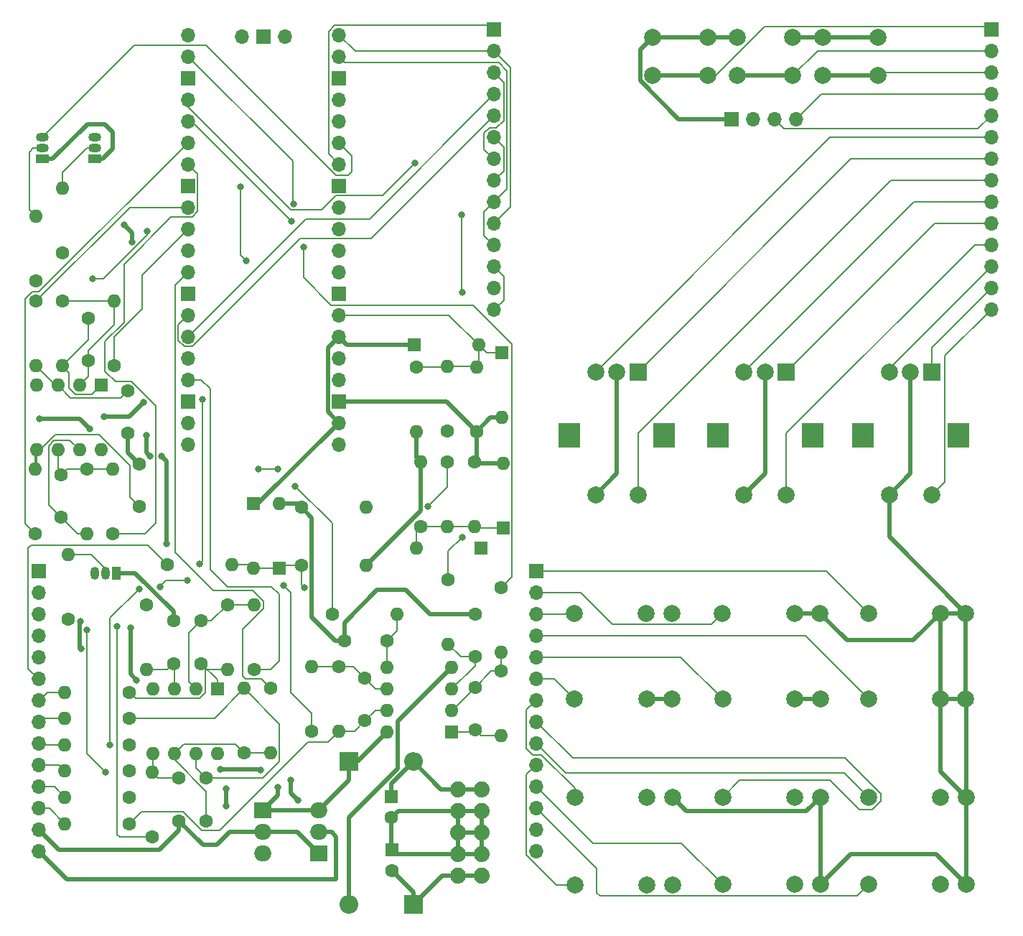
<source format=gtl>
G04 #@! TF.GenerationSoftware,KiCad,Pcbnew,(6.0.0-0)*
G04 #@! TF.CreationDate,2022-05-01T22:25:30-03:00*
G04 #@! TF.ProjectId,3lw_fp_and_bp_circuit,336c775f-6670-45f6-916e-645f62705f63,rev?*
G04 #@! TF.SameCoordinates,Original*
G04 #@! TF.FileFunction,Copper,L1,Top*
G04 #@! TF.FilePolarity,Positive*
%FSLAX46Y46*%
G04 Gerber Fmt 4.6, Leading zero omitted, Abs format (unit mm)*
G04 Created by KiCad (PCBNEW (6.0.0-0)) date 2022-05-01 22:25:30*
%MOMM*%
%LPD*%
G01*
G04 APERTURE LIST*
G04 #@! TA.AperFunction,ComponentPad*
%ADD10C,1.600000*%
G04 #@! TD*
G04 #@! TA.AperFunction,ComponentPad*
%ADD11O,1.600000X1.600000*%
G04 #@! TD*
G04 #@! TA.AperFunction,ComponentPad*
%ADD12C,2.000000*%
G04 #@! TD*
G04 #@! TA.AperFunction,ComponentPad*
%ADD13R,1.600000X1.600000*%
G04 #@! TD*
G04 #@! TA.AperFunction,ComponentPad*
%ADD14R,1.500000X1.050000*%
G04 #@! TD*
G04 #@! TA.AperFunction,ComponentPad*
%ADD15O,1.500000X1.050000*%
G04 #@! TD*
G04 #@! TA.AperFunction,ComponentPad*
%ADD16R,1.700000X1.700000*%
G04 #@! TD*
G04 #@! TA.AperFunction,ComponentPad*
%ADD17O,1.700000X1.700000*%
G04 #@! TD*
G04 #@! TA.AperFunction,ComponentPad*
%ADD18R,2.000000X2.000000*%
G04 #@! TD*
G04 #@! TA.AperFunction,ComponentPad*
%ADD19R,2.500000X3.000000*%
G04 #@! TD*
G04 #@! TA.AperFunction,ComponentPad*
%ADD20R,1.050000X1.500000*%
G04 #@! TD*
G04 #@! TA.AperFunction,ComponentPad*
%ADD21O,1.050000X1.500000*%
G04 #@! TD*
G04 #@! TA.AperFunction,ComponentPad*
%ADD22C,1.879600*%
G04 #@! TD*
G04 #@! TA.AperFunction,ComponentPad*
%ADD23R,2.000000X1.905000*%
G04 #@! TD*
G04 #@! TA.AperFunction,ComponentPad*
%ADD24O,2.000000X1.905000*%
G04 #@! TD*
G04 #@! TA.AperFunction,ComponentPad*
%ADD25R,2.200000X2.200000*%
G04 #@! TD*
G04 #@! TA.AperFunction,ComponentPad*
%ADD26O,2.200000X2.200000*%
G04 #@! TD*
G04 #@! TA.AperFunction,ViaPad*
%ADD27C,0.800000*%
G04 #@! TD*
G04 #@! TA.AperFunction,Conductor*
%ADD28C,0.200000*%
G04 #@! TD*
G04 #@! TA.AperFunction,Conductor*
%ADD29C,0.500000*%
G04 #@! TD*
G04 APERTURE END LIST*
D10*
X25752109Y-91650000D03*
D11*
X25752109Y-84030000D03*
D12*
X97067827Y-122936789D03*
X85567827Y-122936789D03*
X94067827Y-122936789D03*
D10*
X33016509Y-112630400D03*
D11*
X25396509Y-112630400D03*
D13*
X50669509Y-85655600D03*
D11*
X50669509Y-78035600D03*
D12*
X114466800Y-90911520D03*
X102966800Y-90911520D03*
X111466800Y-90911520D03*
D10*
X44598909Y-89922800D03*
D11*
X44598909Y-97542800D03*
D10*
X31238509Y-61779600D03*
D11*
X31238509Y-54159600D03*
D10*
X57690306Y-97238000D03*
D11*
X57690306Y-104858000D03*
D13*
X66595309Y-59290400D03*
D11*
X74215309Y-59290400D03*
D10*
X34997709Y-89922800D03*
D11*
X34997709Y-97542800D03*
D10*
X76856909Y-87941600D03*
D11*
X76856909Y-95561600D03*
D10*
X32813309Y-69715200D03*
X32813309Y-64715200D03*
X53285709Y-78442000D03*
D11*
X60905709Y-78442000D03*
D12*
X114485150Y-122898782D03*
X102985150Y-122898782D03*
X111485150Y-122898782D03*
D14*
X22704109Y-37395600D03*
D15*
X22704109Y-36125600D03*
X22704109Y-34855600D03*
D12*
X131656205Y-90911520D03*
X120156205Y-90911520D03*
X128656205Y-90911520D03*
X97042427Y-112641277D03*
X85542427Y-112641277D03*
X94042427Y-112641277D03*
D10*
X60789106Y-98609600D03*
X60789106Y-103609600D03*
X21992909Y-54159600D03*
D11*
X21992909Y-61779600D03*
D10*
X49628109Y-99778000D03*
D11*
X49628109Y-107398000D03*
D12*
X96991627Y-90936920D03*
X85491627Y-90936920D03*
X93991627Y-90936920D03*
D10*
X58405709Y-94139200D03*
X63405709Y-94139200D03*
D12*
X104742200Y-23056606D03*
X111242200Y-23056606D03*
X111242200Y-27556606D03*
X104742200Y-27556606D03*
D10*
X33016509Y-106432800D03*
D11*
X25396509Y-106432800D03*
D10*
X34134109Y-73351200D03*
X34134109Y-78351200D03*
X38198109Y-91842400D03*
X38198109Y-96842400D03*
X73935909Y-69501200D03*
D11*
X73935909Y-61881200D03*
D13*
X43379709Y-99828800D03*
D11*
X40839709Y-99828800D03*
X38299709Y-99828800D03*
X35759709Y-99828800D03*
X35759709Y-107448800D03*
X38299709Y-107448800D03*
X40839709Y-107448800D03*
X43379709Y-107448800D03*
D14*
X28906109Y-37395600D03*
D15*
X28906109Y-36125600D03*
X28906109Y-34855600D03*
D10*
X33016509Y-109531600D03*
D11*
X25396509Y-109531600D03*
D16*
X104014400Y-32675256D03*
D17*
X106554400Y-32675256D03*
X109094400Y-32675256D03*
X111634400Y-32675256D03*
D10*
X25142509Y-48470000D03*
D11*
X25142509Y-40850000D03*
D10*
X42058909Y-115384400D03*
X42058909Y-110384400D03*
D13*
X76958509Y-60204800D03*
D11*
X76958509Y-67824800D03*
D12*
X114485150Y-112603270D03*
X102985150Y-112603270D03*
X111485150Y-112603270D03*
D13*
X47646909Y-78035600D03*
D11*
X47646909Y-85655600D03*
D10*
X70506909Y-69475800D03*
D11*
X70506909Y-61855800D03*
D10*
X21891309Y-81540800D03*
D11*
X21891309Y-73920800D03*
D10*
X47697709Y-97542800D03*
D11*
X47697709Y-89922800D03*
D10*
X53285709Y-85274600D03*
D11*
X60905709Y-85274600D03*
D10*
X35708909Y-117304000D03*
D11*
X35708909Y-109684000D03*
D12*
X97017027Y-101046525D03*
X85517027Y-101046525D03*
X94017027Y-101046525D03*
D10*
X70608509Y-86976400D03*
D11*
X70608509Y-94596400D03*
D10*
X37486909Y-85223800D03*
D11*
X45106909Y-85223800D03*
D18*
X92984227Y-62470866D03*
D12*
X87984227Y-62470866D03*
X90484227Y-62470866D03*
D19*
X84884227Y-69970866D03*
X96084227Y-69970866D03*
D12*
X92984227Y-76970866D03*
X87984227Y-76970866D03*
D10*
X33016509Y-115729200D03*
D11*
X25396509Y-115729200D03*
D18*
X127638205Y-62470866D03*
D12*
X122638205Y-62470866D03*
X125138205Y-62470866D03*
D19*
X119538205Y-69970866D03*
X130738205Y-69970866D03*
D12*
X127638205Y-76970866D03*
X122638205Y-76970866D03*
D10*
X21992909Y-51772000D03*
D11*
X21992909Y-44152000D03*
D10*
X31035309Y-81540800D03*
D11*
X31035309Y-73920800D03*
D13*
X74443909Y-83242600D03*
D11*
X66823909Y-83242600D03*
D10*
X67357309Y-80677200D03*
D11*
X67357309Y-73057200D03*
D10*
X28190509Y-61119200D03*
X28190509Y-56119200D03*
D12*
X121314264Y-23056606D03*
X114814264Y-23056606D03*
X114814264Y-27556606D03*
X121314264Y-27556606D03*
D18*
X110492200Y-62470866D03*
D12*
X105492200Y-62470866D03*
X107992200Y-62470866D03*
D19*
X102392200Y-69970866D03*
X113592200Y-69970866D03*
D12*
X110492200Y-76970866D03*
X105492200Y-76970866D03*
D13*
X29653709Y-64065600D03*
D11*
X27113709Y-64065600D03*
X24573709Y-64065600D03*
X22033709Y-64065600D03*
X22033709Y-71685600D03*
X24573709Y-71685600D03*
X27113709Y-71685600D03*
X29653709Y-71685600D03*
D10*
X25091709Y-54159600D03*
D11*
X25091709Y-61779600D03*
D12*
X131668455Y-100995725D03*
X120168455Y-100995725D03*
X128668455Y-100995725D03*
D13*
X71040706Y-104898800D03*
D11*
X71040706Y-102358800D03*
X71040706Y-99818800D03*
X71040706Y-97278800D03*
X63420706Y-97278800D03*
X63420706Y-99818800D03*
X63420706Y-102358800D03*
X63420706Y-104898800D03*
D10*
X46529309Y-107398000D03*
D11*
X46529309Y-99778000D03*
D10*
X24939309Y-74621200D03*
X24939309Y-79621200D03*
D12*
X94719973Y-23056606D03*
X101219973Y-23056606D03*
X101219973Y-27556606D03*
X94719973Y-27556606D03*
D10*
X66874709Y-61932000D03*
D11*
X66874709Y-69552000D03*
D10*
X41449309Y-91842400D03*
X41449309Y-96842400D03*
D12*
X131699055Y-112603270D03*
X120199055Y-112603270D03*
X128699055Y-112603270D03*
D10*
X38858509Y-115384400D03*
X38858509Y-110384400D03*
X73707309Y-73108000D03*
D11*
X73707309Y-80728000D03*
D10*
X33016509Y-103334000D03*
D11*
X25396509Y-103334000D03*
D10*
X33028909Y-100235200D03*
D11*
X25408909Y-100235200D03*
D12*
X114485150Y-101021125D03*
X102985150Y-101021125D03*
X111485150Y-101021125D03*
D10*
X56943309Y-91040400D03*
D11*
X64563309Y-91040400D03*
D10*
X73758109Y-99665600D03*
X73758109Y-104665600D03*
D12*
X131692955Y-122878582D03*
X120192955Y-122878582D03*
X128692955Y-122878582D03*
D16*
X22326800Y-85995800D03*
D17*
X22326800Y-88535800D03*
X22326800Y-91075800D03*
X22326800Y-93615800D03*
X22326800Y-96155800D03*
X22326800Y-98695800D03*
X22326800Y-101235800D03*
X22326800Y-103775800D03*
X22326800Y-106315800D03*
X22326800Y-108855800D03*
X22326800Y-111395800D03*
X22326800Y-113935800D03*
X22326800Y-116475800D03*
X22326800Y-119015800D03*
D10*
X54489906Y-104858000D03*
D11*
X54489906Y-97238000D03*
D10*
X73758109Y-91069600D03*
X73758109Y-96069600D03*
D20*
X31492509Y-86214400D03*
D21*
X30222509Y-86214400D03*
X28952509Y-86214400D03*
D10*
X76856909Y-97746000D03*
D11*
X76856909Y-105366000D03*
D10*
X70506909Y-73108000D03*
D11*
X70506909Y-80728000D03*
D13*
X77060109Y-80880400D03*
D11*
X77060109Y-73260400D03*
D10*
X27987309Y-73920800D03*
D11*
X27987309Y-81540800D03*
D16*
X75995343Y-22156677D03*
D17*
X75995343Y-24696677D03*
X75995343Y-27236677D03*
X75995343Y-29776677D03*
X75995343Y-32316677D03*
X75995343Y-34856677D03*
X75995343Y-37396677D03*
X75995343Y-39936677D03*
X75995343Y-42476677D03*
X75995343Y-45016677D03*
X75995343Y-47556677D03*
X75995343Y-50096677D03*
X75995343Y-52636677D03*
X75995343Y-55176677D03*
D13*
X63953709Y-118800676D03*
D10*
X63953709Y-121300676D03*
D22*
X71786909Y-121825200D03*
X74580909Y-121825200D03*
X71786909Y-119285200D03*
X74580909Y-119285200D03*
X71786909Y-116745200D03*
X74580909Y-116745200D03*
X71786909Y-114205200D03*
X74580909Y-114205200D03*
X71786909Y-111665200D03*
X74580909Y-111665200D03*
D17*
X39925309Y-71016200D03*
X39925309Y-68476200D03*
D16*
X39925309Y-65936200D03*
D17*
X39925309Y-63396200D03*
X39925309Y-60856200D03*
X39925309Y-58316200D03*
X39925309Y-55776200D03*
D16*
X39925309Y-53236200D03*
D17*
X39925309Y-50696200D03*
X39925309Y-48156200D03*
X39925309Y-45616200D03*
X39925309Y-43076200D03*
D16*
X39925309Y-40536200D03*
D17*
X39925309Y-37996200D03*
X39925309Y-35456200D03*
X39925309Y-32916200D03*
X39925309Y-30376200D03*
D16*
X39925309Y-27836200D03*
D17*
X39925309Y-25296200D03*
X39925309Y-22756200D03*
X57705309Y-22756200D03*
X57705309Y-25296200D03*
D16*
X57705309Y-27836200D03*
D17*
X57705309Y-30376200D03*
X57705309Y-32916200D03*
X57705309Y-35456200D03*
X57705309Y-37996200D03*
D16*
X57705309Y-40536200D03*
D17*
X57705309Y-43076200D03*
X57705309Y-45616200D03*
X57705309Y-48156200D03*
X57705309Y-50696200D03*
D16*
X57705309Y-53236200D03*
D17*
X57705309Y-55776200D03*
X57705309Y-58316200D03*
X57705309Y-60856200D03*
X57705309Y-63396200D03*
D16*
X57705309Y-65936200D03*
D17*
X57705309Y-68476200D03*
X57705309Y-71016200D03*
X46275309Y-22986200D03*
D16*
X48815309Y-22986200D03*
D17*
X51355309Y-22986200D03*
D23*
X48713709Y-114154400D03*
D24*
X48713709Y-116694400D03*
X48713709Y-119234400D03*
D25*
X66493709Y-125240790D03*
D26*
X58873709Y-125240790D03*
D16*
X80988272Y-85928400D03*
D17*
X80988272Y-88468400D03*
X80988272Y-91008400D03*
X80988272Y-93548400D03*
X80988272Y-96088400D03*
X80988272Y-98628400D03*
X80988272Y-101168400D03*
X80988272Y-103708400D03*
X80988272Y-106248400D03*
X80988272Y-108788400D03*
X80988272Y-111328400D03*
X80988272Y-113868400D03*
X80988272Y-116408400D03*
X80988272Y-118948400D03*
D25*
X58873709Y-108414000D03*
D26*
X66493709Y-108414000D03*
D16*
X134661699Y-22098200D03*
D17*
X134661699Y-24638200D03*
X134661699Y-27178200D03*
X134661699Y-29718200D03*
X134661699Y-32258200D03*
X134661699Y-34798200D03*
X134661699Y-37338200D03*
X134661699Y-39878200D03*
X134661699Y-42418200D03*
X134661699Y-44958200D03*
X134661699Y-47498200D03*
X134661699Y-50038200D03*
X134661699Y-52578200D03*
X134661699Y-55118200D03*
D13*
X63899234Y-112518674D03*
D10*
X63899234Y-115018674D03*
D23*
X55337909Y-119234400D03*
D24*
X55337909Y-116694400D03*
X55337909Y-114154400D03*
D27*
X39823709Y-87027200D03*
X36623309Y-87789200D03*
X41601709Y-65691200D03*
X30730509Y-106432800D03*
X35099309Y-45879200D03*
X34184909Y-88043200D03*
X28647709Y-51518000D03*
X41246109Y-85096800D03*
X30171709Y-109684000D03*
X27987309Y-92869200D03*
X44395709Y-111614400D03*
X27287809Y-95104400D03*
X22433720Y-67977200D03*
X28342909Y-69196400D03*
X44395709Y-113646400D03*
X27225309Y-91904000D03*
X36814809Y-72447600D03*
X33829309Y-98812800D03*
X34990215Y-69950906D03*
X43735309Y-109328400D03*
X50491709Y-111462000D03*
X30019309Y-67774000D03*
X33118109Y-92666000D03*
X37385309Y-82760000D03*
X34642109Y-66097600D03*
X35415809Y-72396800D03*
X48459709Y-109430000D03*
X53641309Y-87941600D03*
X68220909Y-78340400D03*
X32356109Y-45117200D03*
X33321309Y-47149200D03*
X72183309Y-43948800D03*
X66696909Y-37852800D03*
X72234109Y-53092800D03*
X72234109Y-81947200D03*
X52117309Y-44710800D03*
X53539709Y-47809600D03*
X31543309Y-92462800D03*
X46122909Y-40646800D03*
X52574509Y-75952800D03*
X50491709Y-73971600D03*
X48205709Y-73920800D03*
X46783309Y-49384400D03*
X52371309Y-42678800D03*
X51202909Y-87687600D03*
X52879309Y-112986000D03*
X52015709Y-110598400D03*
D28*
X25396509Y-106432800D02*
X22443800Y-106432800D01*
X22443800Y-106432800D02*
X22326800Y-106315800D01*
X38299709Y-96944000D02*
X38198109Y-96842400D01*
X34997709Y-97542800D02*
X37497709Y-97542800D01*
X37497709Y-97542800D02*
X38198109Y-96842400D01*
X38299709Y-99828800D02*
X38299709Y-96944000D01*
X31963878Y-65564631D02*
X32813309Y-64715200D01*
X26072740Y-65564631D02*
X31963878Y-65564631D01*
X24278909Y-64065600D02*
X24573709Y-64065600D01*
X24573709Y-64065600D02*
X26072740Y-65564631D01*
X21992909Y-61779600D02*
X24278909Y-64065600D01*
X72081709Y-96069600D02*
X70608509Y-94596400D01*
X73758109Y-97101397D02*
X71040706Y-99818800D01*
X73758109Y-96069600D02*
X73758109Y-97101397D01*
X73758109Y-96069600D02*
X72081709Y-96069600D01*
X35759709Y-109633200D02*
X35708909Y-109684000D01*
X38858509Y-110384400D02*
X36409309Y-110384400D01*
X36409309Y-110384400D02*
X35708909Y-109684000D01*
X35759709Y-107448800D02*
X35759709Y-109633200D01*
X24231759Y-69907600D02*
X29460509Y-69907600D01*
X29460509Y-69907600D02*
X33034598Y-73481689D01*
X33034598Y-77251689D02*
X34134109Y-78351200D01*
X22033709Y-73778400D02*
X21891309Y-73920800D01*
X22033709Y-71685600D02*
X22033709Y-73778400D01*
X21891309Y-72248050D02*
X24231759Y-69907600D01*
X33034598Y-73481689D02*
X33034598Y-77251689D01*
X21891309Y-73920800D02*
X21891309Y-72248050D01*
X64563309Y-92981600D02*
X63405709Y-94139200D01*
X63420706Y-97278800D02*
X63420706Y-94154197D01*
X63420706Y-94154197D02*
X63405709Y-94139200D01*
X64563309Y-91040400D02*
X64563309Y-92981600D01*
X47697709Y-89922800D02*
X44598909Y-89922800D01*
X41449309Y-91842400D02*
X42679309Y-91842400D01*
X40039710Y-93251999D02*
X40039710Y-99028801D01*
X42679309Y-91842400D02*
X44598909Y-89922800D01*
X41449309Y-91842400D02*
X40039710Y-93251999D01*
X40039710Y-99028801D02*
X40839709Y-99828800D01*
X41314998Y-100928311D02*
X41939220Y-100304089D01*
X42149709Y-97542800D02*
X41449309Y-96842400D01*
X43379709Y-99828800D02*
X43379709Y-98772800D01*
X41939220Y-100304089D02*
X41939220Y-97332311D01*
X41939220Y-97332311D02*
X41449309Y-96842400D01*
X33028909Y-100235200D02*
X33722020Y-100928311D01*
X43379709Y-98772800D02*
X41449309Y-96842400D01*
X33722020Y-100928311D02*
X41314998Y-100928311D01*
X44598909Y-97542800D02*
X42149709Y-97542800D01*
X28190509Y-59987830D02*
X31238509Y-56939830D01*
X28190509Y-61119200D02*
X28190509Y-62988800D01*
X31238509Y-56939830D02*
X31238509Y-54159600D01*
X28190509Y-62988800D02*
X27113709Y-64065600D01*
X25091709Y-54159600D02*
X31238509Y-54159600D01*
X28190509Y-61119200D02*
X28190509Y-59987830D01*
X41601709Y-84741200D02*
X41246109Y-85096800D01*
X28190509Y-58680800D02*
X25091709Y-61779600D01*
X35099309Y-46360459D02*
X35099309Y-45879200D01*
X41601709Y-65691200D02*
X41601709Y-84741200D01*
X36623309Y-87738400D02*
X36623309Y-87789200D01*
X34184909Y-88043200D02*
X30730509Y-91497600D01*
X28190509Y-56119200D02*
X28190509Y-58680800D01*
X36674109Y-87687600D02*
X36623309Y-87738400D01*
X25891708Y-62579599D02*
X25891708Y-64408399D01*
X25091709Y-61779600D02*
X25891708Y-62579599D01*
X37334509Y-87027200D02*
X36674109Y-87687600D01*
X39823709Y-87027200D02*
X37334509Y-87027200D01*
X26648420Y-65165111D02*
X28554198Y-65165111D01*
X28647709Y-51518000D02*
X29941768Y-51518000D01*
X29941768Y-51518000D02*
X35099309Y-46360459D01*
X30730509Y-91497600D02*
X30730509Y-106432800D01*
X28554198Y-65165111D02*
X29653709Y-64065600D01*
X25891708Y-64408399D02*
X26648420Y-65165111D01*
X71064909Y-102358800D02*
X71040706Y-102358800D01*
X75677709Y-97746000D02*
X73758109Y-99665600D01*
X76856909Y-97746000D02*
X75677709Y-97746000D01*
X76856909Y-95561600D02*
X76856909Y-97746000D01*
X73758109Y-99665600D02*
X71064909Y-102358800D01*
X76856909Y-105366000D02*
X74458509Y-105366000D01*
X71040706Y-104898800D02*
X73524909Y-104898800D01*
X73524909Y-104898800D02*
X73758109Y-104665600D01*
X74458509Y-105366000D02*
X73758109Y-104665600D01*
X42058909Y-111939344D02*
X42058909Y-115384400D01*
X38299709Y-108180144D02*
X42058909Y-111939344D01*
X38299709Y-107448800D02*
X38299709Y-108180144D01*
X46529309Y-107398000D02*
X49628109Y-107398000D01*
X38299709Y-107448800D02*
X39399220Y-106349289D01*
X45480598Y-106349289D02*
X46529309Y-107398000D01*
X39399220Y-106349289D02*
X45480598Y-106349289D01*
X40839709Y-109165200D02*
X42058909Y-110384400D01*
X33016509Y-103283200D02*
X43024109Y-103283200D01*
X48724509Y-110384400D02*
X42058909Y-110384400D01*
X50727620Y-108381289D02*
X48724509Y-110384400D01*
X40839709Y-107448800D02*
X40839709Y-109165200D01*
X50727620Y-103976311D02*
X50727620Y-108381289D01*
X46529309Y-99778000D02*
X50727620Y-103976311D01*
X43024109Y-103283200D02*
X46529309Y-99778000D01*
X24573709Y-71685600D02*
X24573709Y-74255600D01*
X24573709Y-74255600D02*
X24939309Y-74621200D01*
X25639709Y-73920800D02*
X24939309Y-74621200D01*
X31035309Y-73920800D02*
X27987309Y-73920800D01*
X27987309Y-73920800D02*
X25639709Y-73920800D01*
X25996109Y-70568000D02*
X27113709Y-71685600D01*
X23474198Y-71230167D02*
X24136365Y-70568000D01*
X23474198Y-78156089D02*
X23474198Y-71230167D01*
X26858909Y-81540800D02*
X27987309Y-81540800D01*
X24136365Y-70568000D02*
X25996109Y-70568000D01*
X27987309Y-107499600D02*
X30171709Y-109684000D01*
X27987309Y-92869200D02*
X27987309Y-107499600D01*
X24939309Y-79621200D02*
X26858909Y-81540800D01*
X24939309Y-79621200D02*
X23474198Y-78156089D01*
X63420706Y-99818800D02*
X61998306Y-99818800D01*
X59417506Y-97238000D02*
X60789106Y-98609600D01*
X57690306Y-97238000D02*
X59417506Y-97238000D01*
X54489906Y-97238000D02*
X57690306Y-97238000D01*
X61998306Y-99818800D02*
X60789106Y-98609600D01*
X62039906Y-102358800D02*
X60789106Y-103609600D01*
X43691798Y-116483911D02*
X54047709Y-106128000D01*
X33016509Y-115729200D02*
X34460820Y-114284889D01*
X39344598Y-114284889D02*
X41543620Y-116483911D01*
X41543620Y-116483911D02*
X43691798Y-116483911D01*
X34460820Y-114284889D02*
X39344598Y-114284889D01*
X57690306Y-104858000D02*
X59540706Y-104858000D01*
X54047709Y-106128000D02*
X56420306Y-106128000D01*
X59540706Y-104858000D02*
X60789106Y-103609600D01*
X63420706Y-102358800D02*
X62039906Y-102358800D01*
X56420306Y-106128000D02*
X57690306Y-104858000D01*
D29*
X69909299Y-121825200D02*
X66493709Y-125240790D01*
X71786909Y-121825200D02*
X74580909Y-121825200D01*
X66493709Y-125240790D02*
X66493709Y-123840676D01*
X71786909Y-121825200D02*
X69909299Y-121825200D01*
X66493709Y-123840676D02*
X63953709Y-121300676D01*
X71786909Y-111665200D02*
X69744909Y-111665200D01*
X66493709Y-108414000D02*
X63899234Y-111008475D01*
X63899234Y-111008475D02*
X63899234Y-112518674D01*
X69744909Y-111665200D02*
X66493709Y-108414000D01*
X71786909Y-111665200D02*
X74580909Y-111665200D01*
X27225309Y-91904000D02*
X27137798Y-91991511D01*
X27137798Y-94954389D02*
X27287809Y-95104400D01*
X22433720Y-67977200D02*
X27123709Y-67977200D01*
X58873709Y-115018000D02*
X58873709Y-125240790D01*
X64670217Y-109221492D02*
X58873709Y-115018000D01*
X71040706Y-97278800D02*
X64670217Y-103649289D01*
X27137798Y-91991511D02*
X27137798Y-94954389D01*
X44395709Y-113646400D02*
X44395709Y-111614400D01*
X27123709Y-67977200D02*
X28342909Y-69196400D01*
X64670217Y-103649289D02*
X64670217Y-109221492D01*
X43735309Y-109328400D02*
X48358109Y-109328400D01*
X58873709Y-110618600D02*
X55337909Y-114154400D01*
X58873709Y-108414000D02*
X59905506Y-108414000D01*
X30019309Y-67774000D02*
X32965709Y-67774000D01*
X59905506Y-108414000D02*
X63420706Y-104898800D01*
X58873709Y-108414000D02*
X58873709Y-110618600D01*
X36814809Y-72447600D02*
X37385309Y-73018100D01*
X55337909Y-114154400D02*
X48713709Y-114154400D01*
X37385309Y-73018100D02*
X37385309Y-82760000D01*
X50491709Y-112376400D02*
X48713709Y-114154400D01*
X32965709Y-67774000D02*
X34642109Y-66097600D01*
X33118109Y-92666000D02*
X33118109Y-98101600D01*
X33118109Y-98101600D02*
X33829309Y-98812800D01*
X48358109Y-109328400D02*
X48459709Y-109430000D01*
X34990215Y-71971206D02*
X35415809Y-72396800D01*
X34990215Y-69950906D02*
X34990215Y-71971206D01*
X50491709Y-111462000D02*
X50491709Y-112376400D01*
X48145909Y-78035600D02*
X47646909Y-78035600D01*
X57400509Y-122282400D02*
X25593400Y-122282400D01*
X56837909Y-116694400D02*
X57400509Y-117257000D01*
X25593400Y-122282400D02*
X22326800Y-119015800D01*
X57705309Y-58316200D02*
X56405798Y-59615711D01*
X56405798Y-67176689D02*
X57705309Y-68476200D01*
X58679509Y-59290400D02*
X57705309Y-58316200D01*
X57400509Y-117257000D02*
X57400509Y-122282400D01*
X57705309Y-68476200D02*
X48145909Y-78035600D01*
X66595309Y-59290400D02*
X58679509Y-59290400D01*
X55337909Y-116694400D02*
X56837909Y-116694400D01*
X56405798Y-59615711D02*
X56405798Y-67176689D01*
D28*
X45106909Y-85223800D02*
X47215109Y-85223800D01*
X50669509Y-85655600D02*
X47646909Y-85655600D01*
X53285709Y-85274600D02*
X53285709Y-87586000D01*
X47215109Y-85223800D02*
X47646909Y-85655600D01*
X51050509Y-85274600D02*
X50669509Y-85655600D01*
X53285709Y-87586000D02*
X53641309Y-87941600D01*
X53285709Y-85274600D02*
X51050509Y-85274600D01*
X67408109Y-80728000D02*
X67357309Y-80677200D01*
X77060109Y-80880400D02*
X73859709Y-80880400D01*
X66823909Y-81210600D02*
X67357309Y-80677200D01*
X66823909Y-83242600D02*
X66823909Y-81210600D01*
X70506909Y-80728000D02*
X67408109Y-80728000D01*
X73707309Y-80728000D02*
X70506909Y-80728000D01*
X73859709Y-80880400D02*
X73707309Y-80728000D01*
X76958509Y-60204800D02*
X75129709Y-60204800D01*
X74215309Y-61601800D02*
X73935909Y-61881200D01*
X75129709Y-60204800D02*
X74215309Y-59290400D01*
X70430709Y-61932000D02*
X70506909Y-61855800D01*
X73910509Y-61855800D02*
X73935909Y-61881200D01*
X57705309Y-55776200D02*
X70701109Y-55776200D01*
X70506909Y-61855800D02*
X73910509Y-61855800D01*
X74215309Y-59290400D02*
X74215309Y-61601800D01*
X70701109Y-55776200D02*
X74215309Y-59290400D01*
X66874709Y-61932000D02*
X70430709Y-61932000D01*
X83098902Y-98628400D02*
X85517027Y-101046525D01*
X80988272Y-98628400D02*
X83098902Y-98628400D01*
X98052425Y-96088400D02*
X102985150Y-101021125D01*
X80988272Y-96088400D02*
X98052425Y-96088400D01*
D29*
X118045609Y-119338323D02*
X114485150Y-122898782D01*
X128656205Y-90911520D02*
X125477002Y-94090723D01*
X111242200Y-23056606D02*
X114814264Y-23056606D01*
X122638205Y-81893520D02*
X131656205Y-90911520D01*
X104742200Y-23056606D02*
X101219973Y-23056606D01*
X93270462Y-24506117D02*
X94719973Y-23056606D01*
X125138205Y-62470866D02*
X125138205Y-74470866D01*
X107992200Y-62470866D02*
X107992200Y-74470866D01*
X111485150Y-101021125D02*
X114485150Y-101021125D01*
X131699055Y-122872482D02*
X131692955Y-122878582D01*
X125477002Y-94090723D02*
X117646003Y-94090723D01*
X131699055Y-112603270D02*
X128668455Y-109572670D01*
X131668455Y-100995725D02*
X128668455Y-100995725D01*
X125138205Y-74470866D02*
X122638205Y-76970866D01*
X128668455Y-90923770D02*
X128656205Y-90911520D01*
X114485150Y-112603270D02*
X112830097Y-114258323D01*
X128668455Y-100995725D02*
X128668455Y-90923770D01*
X104014400Y-32675256D02*
X97788704Y-32675256D01*
X98659473Y-114258323D02*
X97042427Y-112641277D01*
X101219973Y-23056606D02*
X94719973Y-23056606D01*
X94017027Y-101046525D02*
X97017027Y-101046525D01*
X90484227Y-74470866D02*
X87984227Y-76970866D01*
X131656205Y-90911520D02*
X131656205Y-100983475D01*
X131699055Y-112603270D02*
X131699055Y-101026325D01*
X111466800Y-90911520D02*
X114466800Y-90911520D01*
X128668455Y-109572670D02*
X128668455Y-100995725D01*
X117646003Y-94090723D02*
X114466800Y-90911520D01*
X90484227Y-62470866D02*
X90484227Y-74470866D01*
X112830097Y-114258323D02*
X98659473Y-114258323D01*
X121314264Y-23056606D02*
X114814264Y-23056606D01*
X107992200Y-74470866D02*
X105492200Y-76970866D01*
X93270462Y-28157014D02*
X93270462Y-24506117D01*
X131656205Y-100983475D02*
X131668455Y-100995725D01*
X128152696Y-119338323D02*
X118045609Y-119338323D01*
X131699055Y-112603270D02*
X131699055Y-122872482D01*
X122638205Y-76970866D02*
X122638205Y-81893520D01*
X114485150Y-112603270D02*
X114485150Y-122898782D01*
X131699055Y-101026325D02*
X131668455Y-100995725D01*
X131656205Y-90911520D02*
X128656205Y-90911520D01*
X131692955Y-122878582D02*
X128152696Y-119338323D01*
X97788704Y-32675256D02*
X93270462Y-28157014D01*
D28*
X80988272Y-93548400D02*
X112721130Y-93548400D01*
X112721130Y-93548400D02*
X120168455Y-100995725D01*
X85420147Y-91008400D02*
X85491627Y-90936920D01*
X80988272Y-91008400D02*
X85420147Y-91008400D01*
X86216633Y-88468400D02*
X89984664Y-92236431D01*
X101641889Y-92236431D02*
X102966800Y-90911520D01*
X80988272Y-88468400D02*
X86216633Y-88468400D01*
X89984664Y-92236431D02*
X101641889Y-92236431D01*
X115173085Y-85928400D02*
X120156205Y-90911520D01*
X80988272Y-85928400D02*
X115173085Y-85928400D01*
X133095132Y-33824767D02*
X110243911Y-33824767D01*
X134661699Y-32258200D02*
X133095132Y-33824767D01*
X110243911Y-33824767D02*
X109094400Y-32675256D01*
X134661699Y-29718200D02*
X114591456Y-29718200D01*
X114591456Y-29718200D02*
X111634400Y-32675256D01*
X80988272Y-101168400D02*
X79838761Y-102317911D01*
X79838761Y-106880928D02*
X80596722Y-107638889D01*
X79838761Y-102317911D02*
X79838761Y-106880928D01*
X85542427Y-111568594D02*
X85542427Y-112641277D01*
X80596722Y-107638889D02*
X81612722Y-107638889D01*
X81612722Y-107638889D02*
X85542427Y-111568594D01*
X85289795Y-108009923D02*
X117443495Y-108009923D01*
X115664156Y-110600723D02*
X104987697Y-110600723D01*
X121607756Y-112174184D02*
X121607756Y-113032356D01*
X117443495Y-108009923D02*
X121607756Y-112174184D01*
X120584989Y-114055123D02*
X119118556Y-114055123D01*
X119118556Y-114055123D02*
X115664156Y-110600723D01*
X80988272Y-103708400D02*
X85289795Y-108009923D01*
X104987697Y-110600723D02*
X102985150Y-112603270D01*
X121607756Y-113032356D02*
X120584989Y-114055123D01*
X84476995Y-109737123D02*
X117332908Y-109737123D01*
X117332908Y-109737123D02*
X120199055Y-112603270D01*
X80988272Y-106248400D02*
X84476995Y-109737123D01*
X80988272Y-108788400D02*
X79838761Y-109937911D01*
X79838761Y-119424544D02*
X83351006Y-122936789D01*
X83351006Y-122936789D02*
X85567827Y-122936789D01*
X79838761Y-109937911D02*
X79838761Y-119424544D01*
X87677395Y-118017523D02*
X98103891Y-118017523D01*
X80988272Y-111328400D02*
X87677395Y-118017523D01*
X98103891Y-118017523D02*
X102985150Y-122898782D01*
X80988272Y-113868400D02*
X88130556Y-121010684D01*
X88507333Y-124236300D02*
X118835237Y-124236300D01*
X88130556Y-123859523D02*
X88507333Y-124236300D01*
X88130556Y-121010684D02*
X88130556Y-123859523D01*
X118835237Y-124236300D02*
X120192955Y-122878582D01*
X134661699Y-37338200D02*
X118116893Y-37338200D01*
X118116893Y-37338200D02*
X92984227Y-62470866D01*
X115656893Y-34798200D02*
X87984227Y-62470866D01*
X134661699Y-34798200D02*
X115656893Y-34798200D01*
X129188694Y-75420377D02*
X127638205Y-76970866D01*
X129188694Y-60591205D02*
X129188694Y-75420377D01*
X134661699Y-55118200D02*
X129188694Y-60591205D01*
X134661699Y-44958200D02*
X128004866Y-44958200D01*
X128004866Y-44958200D02*
X110492200Y-62470866D01*
X125544866Y-42418200D02*
X105492200Y-62470866D01*
X134661699Y-42418200D02*
X125544866Y-42418200D01*
X134661699Y-47498200D02*
X132715844Y-47498200D01*
X110492200Y-69721844D02*
X110492200Y-76970866D01*
X132715844Y-47498200D02*
X110492200Y-69721844D01*
X127638205Y-59601694D02*
X127638205Y-62470866D01*
X134661699Y-52578200D02*
X127638205Y-59601694D01*
X134661699Y-50038200D02*
X122638205Y-62061694D01*
X122638205Y-62061694D02*
X122638205Y-62470866D01*
X122827871Y-39878200D02*
X92984227Y-69721844D01*
X92984227Y-69721844D02*
X92984227Y-76970866D01*
X134661699Y-39878200D02*
X122827871Y-39878200D01*
D29*
X94719973Y-27556606D02*
X101219973Y-27556606D01*
D28*
X134320594Y-21757095D02*
X107936984Y-21757095D01*
X102137473Y-27556606D02*
X101219973Y-27556606D01*
X134661699Y-22098200D02*
X134320594Y-21757095D01*
X107936984Y-21757095D02*
X102137473Y-27556606D01*
X114160606Y-24638200D02*
X111242200Y-27556606D01*
D29*
X104742200Y-27556606D02*
X111242200Y-27556606D01*
D28*
X134661699Y-24638200D02*
X114160606Y-24638200D01*
X121692670Y-27178200D02*
X121314264Y-27556606D01*
D29*
X114814264Y-27556606D02*
X121314264Y-27556606D01*
D28*
X134661699Y-27178200D02*
X121692670Y-27178200D01*
X70506909Y-76054400D02*
X70506909Y-73108000D01*
X68220909Y-78340400D02*
X70506909Y-76054400D01*
X21078509Y-83268000D02*
X21078509Y-97447509D01*
X37486909Y-85223800D02*
X35193598Y-82930489D01*
X35193598Y-82930489D02*
X21416020Y-82930489D01*
X21416020Y-82930489D02*
X21078509Y-83268000D01*
X21078509Y-97447509D02*
X22326800Y-98695800D01*
X23327400Y-100235200D02*
X22326800Y-101235800D01*
X25408909Y-100235200D02*
X23327400Y-100235200D01*
X25396509Y-103334000D02*
X22768600Y-103334000D01*
X24903909Y-103775800D02*
X25396509Y-103283200D01*
X22768600Y-103334000D02*
X22326800Y-103775800D01*
X25381109Y-106315800D02*
X25396509Y-106331200D01*
X24720709Y-108855800D02*
X25396509Y-109531600D01*
X22326800Y-108855800D02*
X24720709Y-108855800D01*
X22326800Y-111395800D02*
X24161909Y-111395800D01*
X24161909Y-111395800D02*
X25396509Y-112630400D01*
X23603109Y-113935800D02*
X25396509Y-115729200D01*
X22326800Y-113935800D02*
X23603109Y-113935800D01*
X61546309Y-46765711D02*
X53161198Y-46765711D01*
X75995343Y-32316677D02*
X61546309Y-46765711D01*
X38775798Y-58792344D02*
X38775798Y-56925711D01*
X38775798Y-56925711D02*
X39925309Y-55776200D01*
X40433309Y-59493600D02*
X39477054Y-59493600D01*
X39477054Y-59493600D02*
X38775798Y-58792344D01*
X53161198Y-46765711D02*
X40433309Y-59493600D01*
X53784709Y-44456800D02*
X39925309Y-58316200D01*
X75995343Y-29776677D02*
X61315220Y-44456800D01*
X61315220Y-44456800D02*
X53784709Y-44456800D01*
X76278143Y-33707166D02*
X75465343Y-33707166D01*
X74824909Y-36226243D02*
X75995343Y-37396677D01*
X75465343Y-33707166D02*
X74824909Y-34347600D01*
X74824909Y-34347600D02*
X74824909Y-36226243D01*
X75995343Y-27236677D02*
X77144854Y-28386188D01*
X77144854Y-28386188D02*
X77144854Y-32840455D01*
X77144854Y-32840455D02*
X76278143Y-33707166D01*
X77144854Y-38787166D02*
X75995343Y-39936677D01*
X75995343Y-34856677D02*
X77144854Y-36006188D01*
X77144854Y-36006188D02*
X77144854Y-38787166D01*
X75995343Y-50096677D02*
X77144854Y-51246188D01*
X77144854Y-54027166D02*
X75995343Y-55176677D01*
X77144854Y-51246188D02*
X77144854Y-54027166D01*
X59645786Y-24696677D02*
X57705309Y-22756200D01*
X75995343Y-45016677D02*
X77943893Y-43068127D01*
X75995343Y-24696677D02*
X59645786Y-24696677D01*
X77943893Y-43068127D02*
X77943893Y-26645227D01*
X77943893Y-26645227D02*
X75995343Y-24696677D01*
X58425509Y-26016400D02*
X57705309Y-25296200D01*
X75995343Y-42476677D02*
X77544374Y-40927646D01*
X76552109Y-26016400D02*
X58425509Y-26016400D01*
X77544374Y-40927646D02*
X77544374Y-27008665D01*
X77544374Y-27008665D02*
X76552109Y-26016400D01*
X74845832Y-46407166D02*
X74845832Y-43626188D01*
X75995343Y-47556677D02*
X74845832Y-46407166D01*
X74845832Y-43626188D02*
X75995343Y-42476677D01*
X56486109Y-36777000D02*
X57705309Y-37996200D01*
X57229165Y-21606689D02*
X56486109Y-22349745D01*
X75995343Y-22156677D02*
X75445355Y-21606689D01*
X56486109Y-22349745D02*
X56486109Y-36777000D01*
X75445355Y-21606689D02*
X57229165Y-21606689D01*
D29*
X58405709Y-94139200D02*
X57274339Y-94139200D01*
X24679000Y-118828000D02*
X22326800Y-116475800D01*
X48713709Y-116694400D02*
X44852909Y-116694400D01*
X70370909Y-65936200D02*
X73935909Y-69501200D01*
X64712708Y-114205200D02*
X63899234Y-115018674D01*
X71786909Y-114205200D02*
X74580909Y-114205200D01*
X32813309Y-69715200D02*
X32813309Y-72030400D01*
X73859709Y-73260400D02*
X73707309Y-73108000D01*
X71786909Y-119285200D02*
X64438233Y-119285200D01*
X31035309Y-36176400D02*
X29816109Y-37395600D01*
X36546279Y-118828000D02*
X24679000Y-118828000D01*
X52797909Y-116694400D02*
X55337909Y-119234400D01*
X74580909Y-114205200D02*
X74580909Y-116745200D01*
X54535220Y-79691511D02*
X53285709Y-78442000D01*
X65579309Y-88195600D02*
X62226509Y-88195600D01*
X71786909Y-114205200D02*
X64712708Y-114205200D01*
X58405709Y-92016400D02*
X58405709Y-94139200D01*
X30070109Y-33280800D02*
X31035309Y-34246000D01*
X31035309Y-34246000D02*
X31035309Y-36176400D01*
X76958509Y-67824800D02*
X75612309Y-67824800D01*
X73935909Y-72879400D02*
X73707309Y-73108000D01*
X50669509Y-78035600D02*
X52879309Y-78035600D01*
X54535220Y-91400081D02*
X54535220Y-79691511D01*
X38858509Y-116515770D02*
X36546279Y-118828000D01*
X52879309Y-78035600D02*
X53285709Y-78442000D01*
X23954109Y-37395600D02*
X28068909Y-33280800D01*
X33701479Y-86214400D02*
X38198109Y-90711030D01*
X48713709Y-116694400D02*
X52797909Y-116694400D01*
X64438233Y-119285200D02*
X63953709Y-118800676D01*
X73758109Y-91069600D02*
X68453309Y-91069600D01*
X75612309Y-67824800D02*
X73935909Y-69501200D01*
X31492509Y-86214400D02*
X33701479Y-86214400D01*
X33321309Y-46082400D02*
X32356109Y-45117200D01*
X41692509Y-118218400D02*
X38858509Y-115384400D01*
X38858509Y-115384400D02*
X38858509Y-116515770D01*
X44852909Y-116694400D02*
X43328909Y-118218400D01*
X38198109Y-90711030D02*
X38198109Y-91842400D01*
X71786909Y-114205200D02*
X71786909Y-116745200D01*
X63899234Y-118746201D02*
X63953709Y-118800676D01*
X71786909Y-119285200D02*
X71786909Y-116745200D01*
X71786909Y-116745200D02*
X74580909Y-116745200D01*
X29816109Y-37395600D02*
X28906109Y-37395600D01*
X68453309Y-91069600D02*
X65579309Y-88195600D01*
X63899234Y-115018674D02*
X63899234Y-118746201D01*
X32813309Y-72030400D02*
X34134109Y-73351200D01*
X43328909Y-118218400D02*
X41692509Y-118218400D01*
X57705309Y-65936200D02*
X70370909Y-65936200D01*
X77060109Y-73260400D02*
X73859709Y-73260400D01*
X33321309Y-47149200D02*
X33321309Y-46082400D01*
X62226509Y-88195600D02*
X58405709Y-92016400D01*
X22704109Y-37395600D02*
X23954109Y-37395600D01*
X28068909Y-33280800D02*
X30070109Y-33280800D01*
X74580909Y-116745200D02*
X74580909Y-119285200D01*
X57274339Y-94139200D02*
X54535220Y-91400081D01*
X73935909Y-69501200D02*
X73935909Y-72879400D01*
X71786909Y-119285200D02*
X74580909Y-119285200D01*
D28*
X27956109Y-36125600D02*
X25142509Y-38939200D01*
X25142509Y-38939200D02*
X25142509Y-40850000D01*
X28906109Y-36125600D02*
X27956109Y-36125600D01*
X25752109Y-84030000D02*
X28538109Y-84030000D01*
X30222509Y-85714400D02*
X30222509Y-86214400D01*
X28538109Y-84030000D02*
X30222509Y-85714400D01*
X21192910Y-36569999D02*
X21637309Y-36125600D01*
X21637309Y-36125600D02*
X22704109Y-36125600D01*
X21992909Y-44152000D02*
X21192910Y-43352001D01*
X21192910Y-43352001D02*
X21192910Y-36569999D01*
X59229309Y-38868800D02*
X59229309Y-36980200D01*
X22704109Y-34855600D02*
X33575309Y-23984400D01*
X59229309Y-36980200D02*
X57705309Y-35456200D01*
X33575309Y-23984400D02*
X42067854Y-23984400D01*
X42067854Y-23984400D02*
X57358654Y-39275200D01*
X57358654Y-39275200D02*
X58822909Y-39275200D01*
X58822909Y-39275200D02*
X59229309Y-38868800D01*
X42516109Y-85757200D02*
X42516109Y-64472000D01*
X41440309Y-63396200D02*
X39925309Y-63396200D01*
X50644109Y-96577600D02*
X50644109Y-88703600D01*
X47697709Y-97542800D02*
X49678909Y-97542800D01*
X42516109Y-64472000D02*
X41440309Y-63396200D01*
X49678909Y-97542800D02*
X50644109Y-96577600D01*
X44598909Y-87840000D02*
X42516109Y-85757200D01*
X50644109Y-88703600D02*
X49780509Y-87840000D01*
X49780509Y-87840000D02*
X44598909Y-87840000D01*
X33076309Y-43076200D02*
X39925309Y-43076200D01*
X21992909Y-54159600D02*
X33076309Y-43076200D01*
X34489709Y-51051800D02*
X39925309Y-45616200D01*
X34489709Y-55074000D02*
X34489709Y-51051800D01*
X31238509Y-61779600D02*
X31238509Y-58325200D01*
X31238509Y-58325200D02*
X34489709Y-55074000D01*
X72183309Y-43948800D02*
X72183309Y-53042000D01*
X70608509Y-83572800D02*
X70608509Y-86976400D01*
X72234109Y-81947200D02*
X70608509Y-83572800D01*
X39925309Y-30376200D02*
X39925309Y-31222059D01*
X39925309Y-31222059D02*
X52081561Y-43378311D01*
X72183309Y-53042000D02*
X72234109Y-53092800D01*
X52081561Y-43378311D02*
X55657109Y-43378311D01*
X57349709Y-41685711D02*
X62863998Y-41685711D01*
X55657109Y-43378311D02*
X57349709Y-41685711D01*
X62863998Y-41685711D02*
X66696909Y-37852800D01*
X73579420Y-54626689D02*
X78159620Y-59206889D01*
X53539709Y-51369622D02*
X56796776Y-54626689D01*
X53539709Y-47809600D02*
X53539709Y-51369622D01*
X78159620Y-59206889D02*
X78159620Y-86638889D01*
X40322709Y-32916200D02*
X52117309Y-44710800D01*
X56796776Y-54626689D02*
X73579420Y-54626689D01*
X39925309Y-32916200D02*
X40322709Y-32916200D01*
X78159620Y-86638889D02*
X76856909Y-87941600D01*
X31848109Y-117304000D02*
X35708909Y-117304000D01*
X31543309Y-92462800D02*
X31543309Y-116999200D01*
X31543309Y-116999200D02*
X31848109Y-117304000D01*
X48815309Y-90360144D02*
X48815309Y-89485456D01*
X48528598Y-98678489D02*
X46699798Y-98678489D01*
X38376279Y-52245230D02*
X39925309Y-50696200D01*
X46699798Y-98678489D02*
X46376909Y-98355600D01*
X48815309Y-89485456D02*
X47576253Y-88246400D01*
X38376279Y-83750970D02*
X38376279Y-52245230D01*
X42871709Y-88246400D02*
X38376279Y-83750970D01*
X47576253Y-88246400D02*
X42871709Y-88246400D01*
X46376909Y-98355600D02*
X46376909Y-92798544D01*
X46376909Y-92798544D02*
X48815309Y-90360144D01*
X49628109Y-99778000D02*
X48528598Y-98678489D01*
X20722909Y-53874656D02*
X20722909Y-80372400D01*
X20722909Y-80372400D02*
X21891309Y-81540800D01*
X22321420Y-53060089D02*
X21537476Y-53060089D01*
X39925309Y-35456200D02*
X22321420Y-53060089D01*
X21537476Y-53060089D02*
X20722909Y-53874656D01*
X33268742Y-63615689D02*
X36115309Y-66462256D01*
X40401453Y-44225711D02*
X37921198Y-44225711D01*
X36115309Y-80270800D02*
X34845309Y-81540800D01*
X41074820Y-39145711D02*
X41074820Y-43552344D01*
X30138998Y-62407289D02*
X31347398Y-63615689D01*
X32356109Y-56642594D02*
X30138998Y-58859705D01*
X31347398Y-63615689D02*
X33268742Y-63615689D01*
X36115309Y-66462256D02*
X36115309Y-80270800D01*
X30138998Y-58859705D02*
X30138998Y-62407289D01*
X41074820Y-43552344D02*
X40401453Y-44225711D01*
X37921198Y-44225711D02*
X32356109Y-49790800D01*
X34845309Y-81540800D02*
X31035309Y-81540800D01*
X39925309Y-37996200D02*
X41074820Y-39145711D01*
X32356109Y-49790800D02*
X32356109Y-56642594D01*
X56943309Y-80321600D02*
X56943309Y-91040400D01*
X46122909Y-48724000D02*
X46783309Y-49384400D01*
X50440909Y-73920800D02*
X50491709Y-73971600D01*
X48205709Y-73920800D02*
X50440909Y-73920800D01*
X46122909Y-40646800D02*
X46122909Y-48724000D01*
X52574509Y-75952800D02*
X56943309Y-80321600D01*
X52015709Y-88500400D02*
X52015709Y-100286000D01*
X52269709Y-42577200D02*
X52371309Y-42678800D01*
X52269709Y-39376800D02*
X52269709Y-42577200D01*
X52269709Y-37640600D02*
X52269709Y-39376800D01*
X52015709Y-100286000D02*
X54489906Y-102760197D01*
X39925309Y-25296200D02*
X52269709Y-37640600D01*
X51202909Y-87687600D02*
X52015709Y-88500400D01*
X54489906Y-102760197D02*
X54489906Y-104858000D01*
D29*
X60905709Y-85274600D02*
X67357309Y-78823000D01*
X52015709Y-110598400D02*
X52015709Y-112122400D01*
X67357309Y-78823000D02*
X67357309Y-73057200D01*
X66874709Y-72574600D02*
X67357309Y-73057200D01*
X66874709Y-69552000D02*
X66874709Y-72574600D01*
X52015709Y-112122400D02*
X52879309Y-112986000D01*
M02*

</source>
